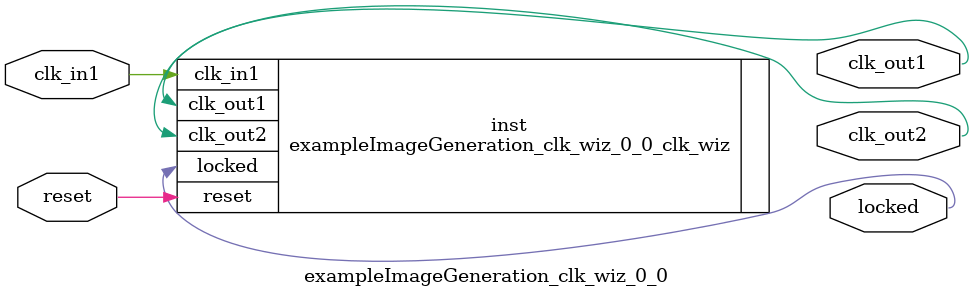
<source format=v>


`timescale 1ps/1ps

(* CORE_GENERATION_INFO = "exampleImageGeneration_clk_wiz_0_0,clk_wiz_v6_0_3_0_0,{component_name=exampleImageGeneration_clk_wiz_0_0,use_phase_alignment=true,use_min_o_jitter=false,use_max_i_jitter=false,use_dyn_phase_shift=false,use_inclk_switchover=false,use_dyn_reconfig=false,enable_axi=0,feedback_source=FDBK_AUTO,PRIMITIVE=MMCM,num_out_clk=2,clkin1_period=10.000,clkin2_period=10.000,use_power_down=false,use_reset=true,use_locked=true,use_inclk_stopped=false,feedback_type=SINGLE,CLOCK_MGR_TYPE=NA,manual_override=false}" *)

module exampleImageGeneration_clk_wiz_0_0 
 (
  // Clock out ports
  output        clk_out1,
  output        clk_out2,
  // Status and control signals
  input         reset,
  output        locked,
 // Clock in ports
  input         clk_in1
 );

  exampleImageGeneration_clk_wiz_0_0_clk_wiz inst
  (
  // Clock out ports  
  .clk_out1(clk_out1),
  .clk_out2(clk_out2),
  // Status and control signals               
  .reset(reset), 
  .locked(locked),
 // Clock in ports
  .clk_in1(clk_in1)
  );

endmodule

</source>
